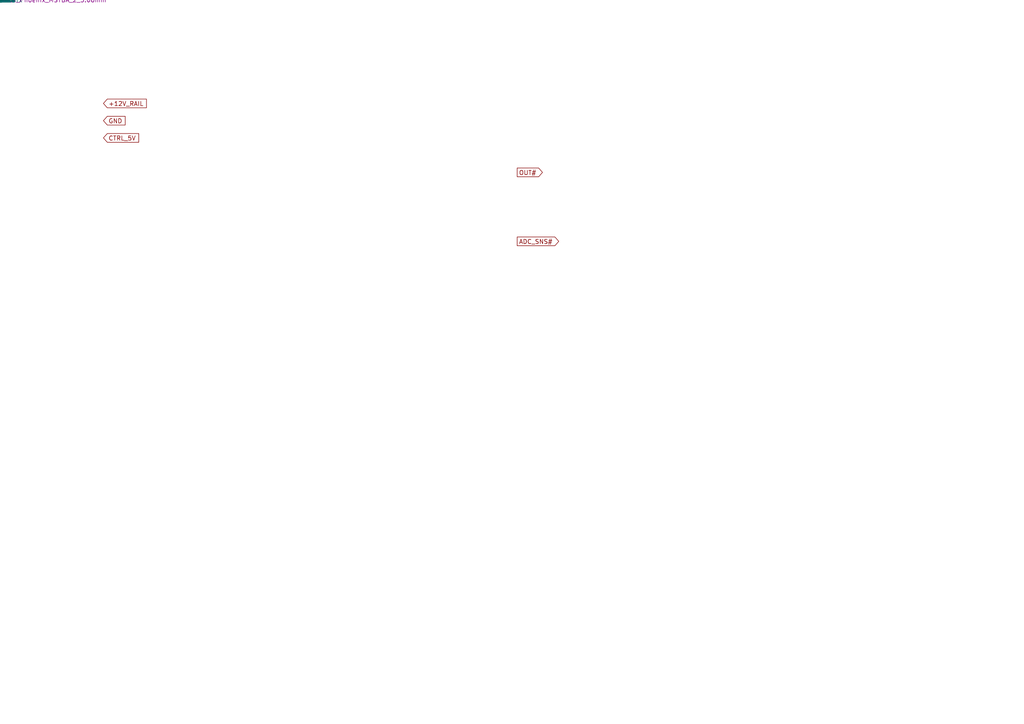
<source format=kicad_sch>
(kicad_sch (version 20231001) (generator "eeschema")
  (paper "A4")
  (title_block (title "Load Channel: IRLZ44N + Flyback + TVS + INA180"))

  (global_label "+12V_RAIL" (at 30 30 0) (shape input))
  (global_label "GND"       (at 30 35 0) (shape input))
  (global_label "CTRL_5V"   (at 30 40 0) (shape input))

  (symbol (lib_id "Device:Q_NMOS_GDS") (at 90 50 0)
    (property "Reference" "Qx")(property "Value" "IRLZ44N")
  )
  (symbol (lib_id "Device:R") (at 80 45 0) (property "Reference" "R_G")(property "Value" "22"))
  (symbol (lib_id "Device:R") (at 80 55 0) (property "Reference" "R_PD")(property "Value" "100k"))

  (symbol (lib_id "Diode:D_Schottky") (at 110 45 0)
    (property "Reference" "D_FREE")(property "Value" "STPS3L60")
  )
  (symbol (lib_id "Diode:TVS") (at 115 50 0)
    (property "Reference" "D_TVS")(property "Value" "SMBJ33A")
  )

  (symbol (lib_id "Device:R") (at 90 65 0) (property "Reference" "R_SHUNT")(property "Value" "0.05R 1W"))
  (symbol (lib_id "Device:U") (at 120 65 0) (property "Reference" "U_SNS")(property "Value" "INA180A1"))

  (symbol (lib_id "Connector:Conn_01x02") (at 140 45 0)
    (property "Reference" "J_OUTx")(property "Value" "+12V / OUTx")
    (property "Footprint" "TerminalBlock_Phoenix:TerminalBlock_Phoenix_MSTBA_2_5.08mm")
  )

  (symbol (lib_id "Device:LED") (at 125 35 0) (property "Reference" "LEDx")(property "Value" "GREEN"))
  (symbol (lib_id "Device:R") (at 120 35 0) (property "Reference" "R_LED")(property "Value" "2.2k"))

  (global_label "OUT#"      (at 150 50 0) (shape output))
  (global_label "ADC_SNS#"  (at 150 70 0) (shape output))
)

</source>
